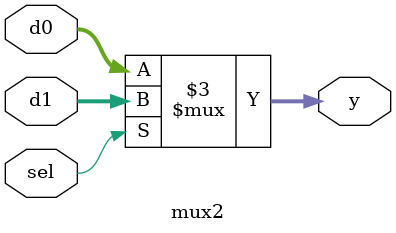
<source format=sv>

module mux2 #(parameter W=32)
             (input logic [W-1:0]  d0, d1,
              input logic          sel,
              output logic [W-1:0] y );

   always_comb
     if (sel) y = d1;
     else y = d0;

endmodule: mux2

</source>
